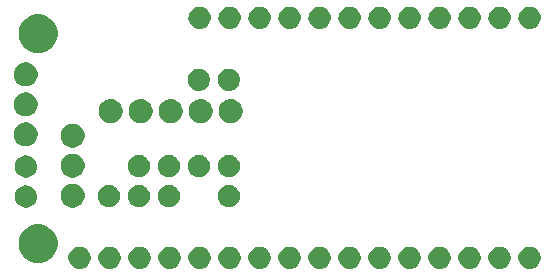
<source format=gbr>
G04 #@! TF.GenerationSoftware,KiCad,Pcbnew,(5.1.4-0-10_14)*
G04 #@! TF.CreationDate,2019-11-15T13:24:20+01:00*
G04 #@! TF.ProjectId,FeatherWing nRF24L01 Adapter,46656174-6865-4725-9769-6e67206e5246,rev?*
G04 #@! TF.SameCoordinates,Original*
G04 #@! TF.FileFunction,Soldermask,Bot*
G04 #@! TF.FilePolarity,Negative*
%FSLAX46Y46*%
G04 Gerber Fmt 4.6, Leading zero omitted, Abs format (unit mm)*
G04 Created by KiCad (PCBNEW (5.1.4-0-10_14)) date 2019-11-15 13:24:20*
%MOMM*%
%LPD*%
G04 APERTURE LIST*
%ADD10C,0.100000*%
G04 APERTURE END LIST*
D10*
G36*
X144068607Y-99334278D02*
G01*
X144129129Y-99346317D01*
X144300162Y-99417161D01*
X144454087Y-99520011D01*
X144584990Y-99650914D01*
X144687840Y-99804839D01*
X144758684Y-99975872D01*
X144794800Y-100157439D01*
X144794800Y-100342563D01*
X144758684Y-100524130D01*
X144687840Y-100695163D01*
X144584990Y-100849088D01*
X144454087Y-100979991D01*
X144300162Y-101082841D01*
X144129129Y-101153685D01*
X144068607Y-101165724D01*
X143947564Y-101189801D01*
X143762436Y-101189801D01*
X143641393Y-101165724D01*
X143580871Y-101153685D01*
X143409838Y-101082841D01*
X143255913Y-100979991D01*
X143125010Y-100849088D01*
X143022160Y-100695163D01*
X142951316Y-100524130D01*
X142915200Y-100342563D01*
X142915200Y-100157439D01*
X142951316Y-99975872D01*
X143022160Y-99804839D01*
X143125010Y-99650914D01*
X143255913Y-99520011D01*
X143409838Y-99417161D01*
X143580871Y-99346317D01*
X143641393Y-99334278D01*
X143762436Y-99310201D01*
X143947564Y-99310201D01*
X144068607Y-99334278D01*
X144068607Y-99334278D01*
G37*
G36*
X141528607Y-99334278D02*
G01*
X141589129Y-99346317D01*
X141760162Y-99417161D01*
X141914087Y-99520011D01*
X142044990Y-99650914D01*
X142147840Y-99804839D01*
X142218684Y-99975872D01*
X142254800Y-100157439D01*
X142254800Y-100342563D01*
X142218684Y-100524130D01*
X142147840Y-100695163D01*
X142044990Y-100849088D01*
X141914087Y-100979991D01*
X141760162Y-101082841D01*
X141589129Y-101153685D01*
X141528607Y-101165724D01*
X141407564Y-101189801D01*
X141222436Y-101189801D01*
X141101393Y-101165724D01*
X141040871Y-101153685D01*
X140869838Y-101082841D01*
X140715913Y-100979991D01*
X140585010Y-100849088D01*
X140482160Y-100695163D01*
X140411316Y-100524130D01*
X140375200Y-100342563D01*
X140375200Y-100157439D01*
X140411316Y-99975872D01*
X140482160Y-99804839D01*
X140585010Y-99650914D01*
X140715913Y-99520011D01*
X140869838Y-99417161D01*
X141040871Y-99346317D01*
X141101393Y-99334278D01*
X141222436Y-99310201D01*
X141407564Y-99310201D01*
X141528607Y-99334278D01*
X141528607Y-99334278D01*
G37*
G36*
X138988607Y-99334278D02*
G01*
X139049129Y-99346317D01*
X139220162Y-99417161D01*
X139374087Y-99520011D01*
X139504990Y-99650914D01*
X139607840Y-99804839D01*
X139678684Y-99975872D01*
X139714800Y-100157439D01*
X139714800Y-100342563D01*
X139678684Y-100524130D01*
X139607840Y-100695163D01*
X139504990Y-100849088D01*
X139374087Y-100979991D01*
X139220162Y-101082841D01*
X139049129Y-101153685D01*
X138988607Y-101165724D01*
X138867564Y-101189801D01*
X138682436Y-101189801D01*
X138561393Y-101165724D01*
X138500871Y-101153685D01*
X138329838Y-101082841D01*
X138175913Y-100979991D01*
X138045010Y-100849088D01*
X137942160Y-100695163D01*
X137871316Y-100524130D01*
X137835200Y-100342563D01*
X137835200Y-100157439D01*
X137871316Y-99975872D01*
X137942160Y-99804839D01*
X138045010Y-99650914D01*
X138175913Y-99520011D01*
X138329838Y-99417161D01*
X138500871Y-99346317D01*
X138561393Y-99334278D01*
X138682436Y-99310201D01*
X138867564Y-99310201D01*
X138988607Y-99334278D01*
X138988607Y-99334278D01*
G37*
G36*
X136448607Y-99334278D02*
G01*
X136509129Y-99346317D01*
X136680162Y-99417161D01*
X136834087Y-99520011D01*
X136964990Y-99650914D01*
X137067840Y-99804839D01*
X137138684Y-99975872D01*
X137174800Y-100157439D01*
X137174800Y-100342563D01*
X137138684Y-100524130D01*
X137067840Y-100695163D01*
X136964990Y-100849088D01*
X136834087Y-100979991D01*
X136680162Y-101082841D01*
X136509129Y-101153685D01*
X136448607Y-101165724D01*
X136327564Y-101189801D01*
X136142436Y-101189801D01*
X136021393Y-101165724D01*
X135960871Y-101153685D01*
X135789838Y-101082841D01*
X135635913Y-100979991D01*
X135505010Y-100849088D01*
X135402160Y-100695163D01*
X135331316Y-100524130D01*
X135295200Y-100342563D01*
X135295200Y-100157439D01*
X135331316Y-99975872D01*
X135402160Y-99804839D01*
X135505010Y-99650914D01*
X135635913Y-99520011D01*
X135789838Y-99417161D01*
X135960871Y-99346317D01*
X136021393Y-99334278D01*
X136142436Y-99310201D01*
X136327564Y-99310201D01*
X136448607Y-99334278D01*
X136448607Y-99334278D01*
G37*
G36*
X133908607Y-99334278D02*
G01*
X133969129Y-99346317D01*
X134140162Y-99417161D01*
X134294087Y-99520011D01*
X134424990Y-99650914D01*
X134527840Y-99804839D01*
X134598684Y-99975872D01*
X134634800Y-100157439D01*
X134634800Y-100342563D01*
X134598684Y-100524130D01*
X134527840Y-100695163D01*
X134424990Y-100849088D01*
X134294087Y-100979991D01*
X134140162Y-101082841D01*
X133969129Y-101153685D01*
X133908607Y-101165724D01*
X133787564Y-101189801D01*
X133602436Y-101189801D01*
X133481393Y-101165724D01*
X133420871Y-101153685D01*
X133249838Y-101082841D01*
X133095913Y-100979991D01*
X132965010Y-100849088D01*
X132862160Y-100695163D01*
X132791316Y-100524130D01*
X132755200Y-100342563D01*
X132755200Y-100157439D01*
X132791316Y-99975872D01*
X132862160Y-99804839D01*
X132965010Y-99650914D01*
X133095913Y-99520011D01*
X133249838Y-99417161D01*
X133420871Y-99346317D01*
X133481393Y-99334278D01*
X133602436Y-99310201D01*
X133787564Y-99310201D01*
X133908607Y-99334278D01*
X133908607Y-99334278D01*
G37*
G36*
X131368607Y-99334278D02*
G01*
X131429129Y-99346317D01*
X131600162Y-99417161D01*
X131754087Y-99520011D01*
X131884990Y-99650914D01*
X131987840Y-99804839D01*
X132058684Y-99975872D01*
X132094800Y-100157439D01*
X132094800Y-100342563D01*
X132058684Y-100524130D01*
X131987840Y-100695163D01*
X131884990Y-100849088D01*
X131754087Y-100979991D01*
X131600162Y-101082841D01*
X131429129Y-101153685D01*
X131368607Y-101165724D01*
X131247564Y-101189801D01*
X131062436Y-101189801D01*
X130941393Y-101165724D01*
X130880871Y-101153685D01*
X130709838Y-101082841D01*
X130555913Y-100979991D01*
X130425010Y-100849088D01*
X130322160Y-100695163D01*
X130251316Y-100524130D01*
X130215200Y-100342563D01*
X130215200Y-100157439D01*
X130251316Y-99975872D01*
X130322160Y-99804839D01*
X130425010Y-99650914D01*
X130555913Y-99520011D01*
X130709838Y-99417161D01*
X130880871Y-99346317D01*
X130941393Y-99334278D01*
X131062436Y-99310201D01*
X131247564Y-99310201D01*
X131368607Y-99334278D01*
X131368607Y-99334278D01*
G37*
G36*
X128828607Y-99334278D02*
G01*
X128889129Y-99346317D01*
X129060162Y-99417161D01*
X129214087Y-99520011D01*
X129344990Y-99650914D01*
X129447840Y-99804839D01*
X129518684Y-99975872D01*
X129554800Y-100157439D01*
X129554800Y-100342563D01*
X129518684Y-100524130D01*
X129447840Y-100695163D01*
X129344990Y-100849088D01*
X129214087Y-100979991D01*
X129060162Y-101082841D01*
X128889129Y-101153685D01*
X128828607Y-101165724D01*
X128707564Y-101189801D01*
X128522436Y-101189801D01*
X128401393Y-101165724D01*
X128340871Y-101153685D01*
X128169838Y-101082841D01*
X128015913Y-100979991D01*
X127885010Y-100849088D01*
X127782160Y-100695163D01*
X127711316Y-100524130D01*
X127675200Y-100342563D01*
X127675200Y-100157439D01*
X127711316Y-99975872D01*
X127782160Y-99804839D01*
X127885010Y-99650914D01*
X128015913Y-99520011D01*
X128169838Y-99417161D01*
X128340871Y-99346317D01*
X128401393Y-99334278D01*
X128522436Y-99310201D01*
X128707564Y-99310201D01*
X128828607Y-99334278D01*
X128828607Y-99334278D01*
G37*
G36*
X126288607Y-99334278D02*
G01*
X126349129Y-99346317D01*
X126520162Y-99417161D01*
X126674087Y-99520011D01*
X126804990Y-99650914D01*
X126907840Y-99804839D01*
X126978684Y-99975872D01*
X127014800Y-100157439D01*
X127014800Y-100342563D01*
X126978684Y-100524130D01*
X126907840Y-100695163D01*
X126804990Y-100849088D01*
X126674087Y-100979991D01*
X126520162Y-101082841D01*
X126349129Y-101153685D01*
X126288607Y-101165724D01*
X126167564Y-101189801D01*
X125982436Y-101189801D01*
X125861393Y-101165724D01*
X125800871Y-101153685D01*
X125629838Y-101082841D01*
X125475913Y-100979991D01*
X125345010Y-100849088D01*
X125242160Y-100695163D01*
X125171316Y-100524130D01*
X125135200Y-100342563D01*
X125135200Y-100157439D01*
X125171316Y-99975872D01*
X125242160Y-99804839D01*
X125345010Y-99650914D01*
X125475913Y-99520011D01*
X125629838Y-99417161D01*
X125800871Y-99346317D01*
X125861393Y-99334278D01*
X125982436Y-99310201D01*
X126167564Y-99310201D01*
X126288607Y-99334278D01*
X126288607Y-99334278D01*
G37*
G36*
X123748607Y-99334278D02*
G01*
X123809129Y-99346317D01*
X123980162Y-99417161D01*
X124134087Y-99520011D01*
X124264990Y-99650914D01*
X124367840Y-99804839D01*
X124438684Y-99975872D01*
X124474800Y-100157439D01*
X124474800Y-100342563D01*
X124438684Y-100524130D01*
X124367840Y-100695163D01*
X124264990Y-100849088D01*
X124134087Y-100979991D01*
X123980162Y-101082841D01*
X123809129Y-101153685D01*
X123748607Y-101165724D01*
X123627564Y-101189801D01*
X123442436Y-101189801D01*
X123321393Y-101165724D01*
X123260871Y-101153685D01*
X123089838Y-101082841D01*
X122935913Y-100979991D01*
X122805010Y-100849088D01*
X122702160Y-100695163D01*
X122631316Y-100524130D01*
X122595200Y-100342563D01*
X122595200Y-100157439D01*
X122631316Y-99975872D01*
X122702160Y-99804839D01*
X122805010Y-99650914D01*
X122935913Y-99520011D01*
X123089838Y-99417161D01*
X123260871Y-99346317D01*
X123321393Y-99334278D01*
X123442436Y-99310201D01*
X123627564Y-99310201D01*
X123748607Y-99334278D01*
X123748607Y-99334278D01*
G37*
G36*
X121208607Y-99334278D02*
G01*
X121269129Y-99346317D01*
X121440162Y-99417161D01*
X121594087Y-99520011D01*
X121724990Y-99650914D01*
X121827840Y-99804839D01*
X121898684Y-99975872D01*
X121934800Y-100157439D01*
X121934800Y-100342563D01*
X121898684Y-100524130D01*
X121827840Y-100695163D01*
X121724990Y-100849088D01*
X121594087Y-100979991D01*
X121440162Y-101082841D01*
X121269129Y-101153685D01*
X121208607Y-101165724D01*
X121087564Y-101189801D01*
X120902436Y-101189801D01*
X120781393Y-101165724D01*
X120720871Y-101153685D01*
X120549838Y-101082841D01*
X120395913Y-100979991D01*
X120265010Y-100849088D01*
X120162160Y-100695163D01*
X120091316Y-100524130D01*
X120055200Y-100342563D01*
X120055200Y-100157439D01*
X120091316Y-99975872D01*
X120162160Y-99804839D01*
X120265010Y-99650914D01*
X120395913Y-99520011D01*
X120549838Y-99417161D01*
X120720871Y-99346317D01*
X120781393Y-99334278D01*
X120902436Y-99310201D01*
X121087564Y-99310201D01*
X121208607Y-99334278D01*
X121208607Y-99334278D01*
G37*
G36*
X118668607Y-99334278D02*
G01*
X118729129Y-99346317D01*
X118900162Y-99417161D01*
X119054087Y-99520011D01*
X119184990Y-99650914D01*
X119287840Y-99804839D01*
X119358684Y-99975872D01*
X119394800Y-100157439D01*
X119394800Y-100342563D01*
X119358684Y-100524130D01*
X119287840Y-100695163D01*
X119184990Y-100849088D01*
X119054087Y-100979991D01*
X118900162Y-101082841D01*
X118729129Y-101153685D01*
X118668607Y-101165724D01*
X118547564Y-101189801D01*
X118362436Y-101189801D01*
X118241393Y-101165724D01*
X118180871Y-101153685D01*
X118009838Y-101082841D01*
X117855913Y-100979991D01*
X117725010Y-100849088D01*
X117622160Y-100695163D01*
X117551316Y-100524130D01*
X117515200Y-100342563D01*
X117515200Y-100157439D01*
X117551316Y-99975872D01*
X117622160Y-99804839D01*
X117725010Y-99650914D01*
X117855913Y-99520011D01*
X118009838Y-99417161D01*
X118180871Y-99346317D01*
X118241393Y-99334278D01*
X118362436Y-99310201D01*
X118547564Y-99310201D01*
X118668607Y-99334278D01*
X118668607Y-99334278D01*
G37*
G36*
X116128607Y-99334278D02*
G01*
X116189129Y-99346317D01*
X116360162Y-99417161D01*
X116514087Y-99520011D01*
X116644990Y-99650914D01*
X116747840Y-99804839D01*
X116818684Y-99975872D01*
X116854800Y-100157439D01*
X116854800Y-100342563D01*
X116818684Y-100524130D01*
X116747840Y-100695163D01*
X116644990Y-100849088D01*
X116514087Y-100979991D01*
X116360162Y-101082841D01*
X116189129Y-101153685D01*
X116128607Y-101165724D01*
X116007564Y-101189801D01*
X115822436Y-101189801D01*
X115701393Y-101165724D01*
X115640871Y-101153685D01*
X115469838Y-101082841D01*
X115315913Y-100979991D01*
X115185010Y-100849088D01*
X115082160Y-100695163D01*
X115011316Y-100524130D01*
X114975200Y-100342563D01*
X114975200Y-100157439D01*
X115011316Y-99975872D01*
X115082160Y-99804839D01*
X115185010Y-99650914D01*
X115315913Y-99520011D01*
X115469838Y-99417161D01*
X115640871Y-99346317D01*
X115701393Y-99334278D01*
X115822436Y-99310201D01*
X116007564Y-99310201D01*
X116128607Y-99334278D01*
X116128607Y-99334278D01*
G37*
G36*
X113588607Y-99334278D02*
G01*
X113649129Y-99346317D01*
X113820162Y-99417161D01*
X113974087Y-99520011D01*
X114104990Y-99650914D01*
X114207840Y-99804839D01*
X114278684Y-99975872D01*
X114314800Y-100157439D01*
X114314800Y-100342563D01*
X114278684Y-100524130D01*
X114207840Y-100695163D01*
X114104990Y-100849088D01*
X113974087Y-100979991D01*
X113820162Y-101082841D01*
X113649129Y-101153685D01*
X113588607Y-101165724D01*
X113467564Y-101189801D01*
X113282436Y-101189801D01*
X113161393Y-101165724D01*
X113100871Y-101153685D01*
X112929838Y-101082841D01*
X112775913Y-100979991D01*
X112645010Y-100849088D01*
X112542160Y-100695163D01*
X112471316Y-100524130D01*
X112435200Y-100342563D01*
X112435200Y-100157439D01*
X112471316Y-99975872D01*
X112542160Y-99804839D01*
X112645010Y-99650914D01*
X112775913Y-99520011D01*
X112929838Y-99417161D01*
X113100871Y-99346317D01*
X113161393Y-99334278D01*
X113282436Y-99310201D01*
X113467564Y-99310201D01*
X113588607Y-99334278D01*
X113588607Y-99334278D01*
G37*
G36*
X111048607Y-99334278D02*
G01*
X111109129Y-99346317D01*
X111280162Y-99417161D01*
X111434087Y-99520011D01*
X111564990Y-99650914D01*
X111667840Y-99804839D01*
X111738684Y-99975872D01*
X111774800Y-100157439D01*
X111774800Y-100342563D01*
X111738684Y-100524130D01*
X111667840Y-100695163D01*
X111564990Y-100849088D01*
X111434087Y-100979991D01*
X111280162Y-101082841D01*
X111109129Y-101153685D01*
X111048607Y-101165724D01*
X110927564Y-101189801D01*
X110742436Y-101189801D01*
X110621393Y-101165724D01*
X110560871Y-101153685D01*
X110389838Y-101082841D01*
X110235913Y-100979991D01*
X110105010Y-100849088D01*
X110002160Y-100695163D01*
X109931316Y-100524130D01*
X109895200Y-100342563D01*
X109895200Y-100157439D01*
X109931316Y-99975872D01*
X110002160Y-99804839D01*
X110105010Y-99650914D01*
X110235913Y-99520011D01*
X110389838Y-99417161D01*
X110560871Y-99346317D01*
X110621393Y-99334278D01*
X110742436Y-99310201D01*
X110927564Y-99310201D01*
X111048607Y-99334278D01*
X111048607Y-99334278D01*
G37*
G36*
X108508607Y-99334278D02*
G01*
X108569129Y-99346317D01*
X108740162Y-99417161D01*
X108894087Y-99520011D01*
X109024990Y-99650914D01*
X109127840Y-99804839D01*
X109198684Y-99975872D01*
X109234800Y-100157439D01*
X109234800Y-100342563D01*
X109198684Y-100524130D01*
X109127840Y-100695163D01*
X109024990Y-100849088D01*
X108894087Y-100979991D01*
X108740162Y-101082841D01*
X108569129Y-101153685D01*
X108508607Y-101165724D01*
X108387564Y-101189801D01*
X108202436Y-101189801D01*
X108081393Y-101165724D01*
X108020871Y-101153685D01*
X107849838Y-101082841D01*
X107695913Y-100979991D01*
X107565010Y-100849088D01*
X107462160Y-100695163D01*
X107391316Y-100524130D01*
X107355200Y-100342563D01*
X107355200Y-100157439D01*
X107391316Y-99975872D01*
X107462160Y-99804839D01*
X107565010Y-99650914D01*
X107695913Y-99520011D01*
X107849838Y-99417161D01*
X108020871Y-99346317D01*
X108081393Y-99334278D01*
X108202436Y-99310201D01*
X108387564Y-99310201D01*
X108508607Y-99334278D01*
X108508607Y-99334278D01*
G37*
G36*
X105968607Y-99334278D02*
G01*
X106029129Y-99346317D01*
X106200162Y-99417161D01*
X106354087Y-99520011D01*
X106484990Y-99650914D01*
X106587840Y-99804839D01*
X106658684Y-99975872D01*
X106694800Y-100157439D01*
X106694800Y-100342563D01*
X106658684Y-100524130D01*
X106587840Y-100695163D01*
X106484990Y-100849088D01*
X106354087Y-100979991D01*
X106200162Y-101082841D01*
X106029129Y-101153685D01*
X105968607Y-101165724D01*
X105847564Y-101189801D01*
X105662436Y-101189801D01*
X105541393Y-101165724D01*
X105480871Y-101153685D01*
X105309838Y-101082841D01*
X105155913Y-100979991D01*
X105025010Y-100849088D01*
X104922160Y-100695163D01*
X104851316Y-100524130D01*
X104815200Y-100342563D01*
X104815200Y-100157439D01*
X104851316Y-99975872D01*
X104922160Y-99804839D01*
X105025010Y-99650914D01*
X105155913Y-99520011D01*
X105309838Y-99417161D01*
X105480871Y-99346317D01*
X105541393Y-99334278D01*
X105662436Y-99310201D01*
X105847564Y-99310201D01*
X105968607Y-99334278D01*
X105968607Y-99334278D01*
G37*
G36*
X102503900Y-97430346D02*
G01*
X102716521Y-97472639D01*
X103016947Y-97597080D01*
X103287324Y-97777740D01*
X103517260Y-98007676D01*
X103697920Y-98278053D01*
X103822361Y-98578479D01*
X103885800Y-98897410D01*
X103885800Y-99222590D01*
X103822361Y-99541521D01*
X103697920Y-99841947D01*
X103517260Y-100112324D01*
X103287324Y-100342260D01*
X103016947Y-100522920D01*
X102716521Y-100647361D01*
X102503900Y-100689654D01*
X102397591Y-100710800D01*
X102072409Y-100710800D01*
X101966100Y-100689654D01*
X101753479Y-100647361D01*
X101453053Y-100522920D01*
X101182676Y-100342260D01*
X100952740Y-100112324D01*
X100772080Y-99841947D01*
X100647639Y-99541521D01*
X100584200Y-99222590D01*
X100584200Y-98897410D01*
X100647639Y-98578479D01*
X100772080Y-98278053D01*
X100952740Y-98007676D01*
X101182676Y-97777740D01*
X101453053Y-97597080D01*
X101753479Y-97472639D01*
X101966100Y-97430346D01*
X102072409Y-97409200D01*
X102397591Y-97409200D01*
X102503900Y-97430346D01*
X102503900Y-97430346D01*
G37*
G36*
X105386926Y-94006029D02*
G01*
X105452356Y-94019044D01*
X105624142Y-94090200D01*
X105637256Y-94095632D01*
X105803662Y-94206821D01*
X105945179Y-94348338D01*
X106056368Y-94514744D01*
X106132956Y-94699645D01*
X106172000Y-94895931D01*
X106172000Y-95096069D01*
X106158773Y-95162564D01*
X106132956Y-95292356D01*
X106056368Y-95477256D01*
X105945179Y-95643662D01*
X105803662Y-95785179D01*
X105637256Y-95896368D01*
X105452356Y-95972956D01*
X105386926Y-95985971D01*
X105256069Y-96012000D01*
X105055931Y-96012000D01*
X104925074Y-95985971D01*
X104859644Y-95972956D01*
X104674744Y-95896368D01*
X104508338Y-95785179D01*
X104366821Y-95643662D01*
X104255632Y-95477256D01*
X104179044Y-95292356D01*
X104153227Y-95162564D01*
X104140000Y-95096069D01*
X104140000Y-94895931D01*
X104179044Y-94699645D01*
X104255632Y-94514744D01*
X104366821Y-94348338D01*
X104508338Y-94206821D01*
X104674744Y-94095632D01*
X104687858Y-94090200D01*
X104859644Y-94019044D01*
X104925074Y-94006029D01*
X105055931Y-93980000D01*
X105256069Y-93980000D01*
X105386926Y-94006029D01*
X105386926Y-94006029D01*
G37*
G36*
X101413607Y-94154277D02*
G01*
X101474129Y-94166316D01*
X101645162Y-94237160D01*
X101799087Y-94340010D01*
X101929990Y-94470913D01*
X102032840Y-94624838D01*
X102087116Y-94755871D01*
X102103684Y-94795872D01*
X102131844Y-94937438D01*
X102139800Y-94977438D01*
X102139800Y-95162562D01*
X102111641Y-95304129D01*
X102103684Y-95344128D01*
X102049409Y-95475162D01*
X102032840Y-95515162D01*
X101929990Y-95669087D01*
X101799087Y-95799990D01*
X101645162Y-95902840D01*
X101474129Y-95973684D01*
X101413607Y-95985723D01*
X101292564Y-96009800D01*
X101107436Y-96009800D01*
X100986393Y-95985723D01*
X100925871Y-95973684D01*
X100754838Y-95902840D01*
X100600913Y-95799990D01*
X100470010Y-95669087D01*
X100367160Y-95515162D01*
X100350592Y-95475162D01*
X100296316Y-95344128D01*
X100288360Y-95304129D01*
X100260200Y-95162562D01*
X100260200Y-94977438D01*
X100268157Y-94937438D01*
X100296316Y-94795872D01*
X100312885Y-94755871D01*
X100367160Y-94624838D01*
X100470010Y-94470913D01*
X100600913Y-94340010D01*
X100754838Y-94237160D01*
X100925871Y-94166316D01*
X100986393Y-94154277D01*
X101107436Y-94130200D01*
X101292564Y-94130200D01*
X101413607Y-94154277D01*
X101413607Y-94154277D01*
G37*
G36*
X118603607Y-94114277D02*
G01*
X118664129Y-94126316D01*
X118835162Y-94197160D01*
X118895024Y-94237159D01*
X118989087Y-94300010D01*
X119119990Y-94430913D01*
X119222841Y-94584840D01*
X119239409Y-94624840D01*
X119293684Y-94755871D01*
X119301641Y-94795872D01*
X119329800Y-94937436D01*
X119329800Y-95122564D01*
X119321843Y-95162564D01*
X119293684Y-95304129D01*
X119222840Y-95475162D01*
X119119990Y-95629087D01*
X118989087Y-95759990D01*
X118835162Y-95862840D01*
X118664129Y-95933684D01*
X118603607Y-95945723D01*
X118482564Y-95969800D01*
X118297436Y-95969800D01*
X118176393Y-95945723D01*
X118115871Y-95933684D01*
X117944838Y-95862840D01*
X117790913Y-95759990D01*
X117660010Y-95629087D01*
X117557160Y-95475162D01*
X117486316Y-95304129D01*
X117458157Y-95162564D01*
X117450200Y-95122564D01*
X117450200Y-94937436D01*
X117478359Y-94795872D01*
X117486316Y-94755871D01*
X117540591Y-94624840D01*
X117557159Y-94584840D01*
X117660010Y-94430913D01*
X117790913Y-94300010D01*
X117884976Y-94237159D01*
X117944838Y-94197160D01*
X118115871Y-94126316D01*
X118176393Y-94114277D01*
X118297436Y-94090200D01*
X118482564Y-94090200D01*
X118603607Y-94114277D01*
X118603607Y-94114277D01*
G37*
G36*
X113523607Y-94114277D02*
G01*
X113584129Y-94126316D01*
X113755162Y-94197160D01*
X113815024Y-94237159D01*
X113909087Y-94300010D01*
X114039990Y-94430913D01*
X114142841Y-94584840D01*
X114159409Y-94624840D01*
X114213684Y-94755871D01*
X114221641Y-94795872D01*
X114249800Y-94937436D01*
X114249800Y-95122564D01*
X114241843Y-95162564D01*
X114213684Y-95304129D01*
X114142840Y-95475162D01*
X114039990Y-95629087D01*
X113909087Y-95759990D01*
X113755162Y-95862840D01*
X113584129Y-95933684D01*
X113523607Y-95945723D01*
X113402564Y-95969800D01*
X113217436Y-95969800D01*
X113096393Y-95945723D01*
X113035871Y-95933684D01*
X112864838Y-95862840D01*
X112710913Y-95759990D01*
X112580010Y-95629087D01*
X112477160Y-95475162D01*
X112406316Y-95304129D01*
X112378157Y-95162564D01*
X112370200Y-95122564D01*
X112370200Y-94937436D01*
X112398359Y-94795872D01*
X112406316Y-94755871D01*
X112460591Y-94624840D01*
X112477159Y-94584840D01*
X112580010Y-94430913D01*
X112710913Y-94300010D01*
X112804976Y-94237159D01*
X112864838Y-94197160D01*
X113035871Y-94126316D01*
X113096393Y-94114277D01*
X113217436Y-94090200D01*
X113402564Y-94090200D01*
X113523607Y-94114277D01*
X113523607Y-94114277D01*
G37*
G36*
X110983607Y-94114277D02*
G01*
X111044129Y-94126316D01*
X111215162Y-94197160D01*
X111275024Y-94237159D01*
X111369087Y-94300010D01*
X111499990Y-94430913D01*
X111602841Y-94584840D01*
X111619409Y-94624840D01*
X111673684Y-94755871D01*
X111681641Y-94795872D01*
X111709800Y-94937436D01*
X111709800Y-95122564D01*
X111701843Y-95162564D01*
X111673684Y-95304129D01*
X111602840Y-95475162D01*
X111499990Y-95629087D01*
X111369087Y-95759990D01*
X111215162Y-95862840D01*
X111044129Y-95933684D01*
X110983607Y-95945723D01*
X110862564Y-95969800D01*
X110677436Y-95969800D01*
X110556393Y-95945723D01*
X110495871Y-95933684D01*
X110324838Y-95862840D01*
X110170913Y-95759990D01*
X110040010Y-95629087D01*
X109937160Y-95475162D01*
X109866316Y-95304129D01*
X109838157Y-95162564D01*
X109830200Y-95122564D01*
X109830200Y-94937436D01*
X109858359Y-94795872D01*
X109866316Y-94755871D01*
X109920591Y-94624840D01*
X109937159Y-94584840D01*
X110040010Y-94430913D01*
X110170913Y-94300010D01*
X110264976Y-94237159D01*
X110324838Y-94197160D01*
X110495871Y-94126316D01*
X110556393Y-94114277D01*
X110677436Y-94090200D01*
X110862564Y-94090200D01*
X110983607Y-94114277D01*
X110983607Y-94114277D01*
G37*
G36*
X108443607Y-94114277D02*
G01*
X108504129Y-94126316D01*
X108675162Y-94197160D01*
X108735024Y-94237159D01*
X108829087Y-94300010D01*
X108959990Y-94430913D01*
X109062841Y-94584840D01*
X109079409Y-94624840D01*
X109133684Y-94755871D01*
X109141641Y-94795872D01*
X109169800Y-94937436D01*
X109169800Y-95122564D01*
X109161843Y-95162564D01*
X109133684Y-95304129D01*
X109062840Y-95475162D01*
X108959990Y-95629087D01*
X108829087Y-95759990D01*
X108675162Y-95862840D01*
X108504129Y-95933684D01*
X108443607Y-95945723D01*
X108322564Y-95969800D01*
X108137436Y-95969800D01*
X108016393Y-95945723D01*
X107955871Y-95933684D01*
X107784838Y-95862840D01*
X107630913Y-95759990D01*
X107500010Y-95629087D01*
X107397160Y-95475162D01*
X107326316Y-95304129D01*
X107298157Y-95162564D01*
X107290200Y-95122564D01*
X107290200Y-94937436D01*
X107318359Y-94795872D01*
X107326316Y-94755871D01*
X107380591Y-94624840D01*
X107397159Y-94584840D01*
X107500010Y-94430913D01*
X107630913Y-94300010D01*
X107724976Y-94237159D01*
X107784838Y-94197160D01*
X107955871Y-94126316D01*
X108016393Y-94114277D01*
X108137436Y-94090200D01*
X108322564Y-94090200D01*
X108443607Y-94114277D01*
X108443607Y-94114277D01*
G37*
G36*
X105386926Y-91466029D02*
G01*
X105452356Y-91479044D01*
X105624142Y-91550200D01*
X105637256Y-91555632D01*
X105803662Y-91666821D01*
X105945179Y-91808338D01*
X106056368Y-91974744D01*
X106132956Y-92159645D01*
X106172000Y-92355931D01*
X106172000Y-92556069D01*
X106158773Y-92622564D01*
X106132956Y-92752356D01*
X106056368Y-92937256D01*
X105945179Y-93103662D01*
X105803662Y-93245179D01*
X105637256Y-93356368D01*
X105452356Y-93432956D01*
X105386926Y-93445971D01*
X105256069Y-93472000D01*
X105055931Y-93472000D01*
X104925074Y-93445971D01*
X104859644Y-93432956D01*
X104674744Y-93356368D01*
X104508338Y-93245179D01*
X104366821Y-93103662D01*
X104255632Y-92937256D01*
X104179044Y-92752356D01*
X104153227Y-92622564D01*
X104140000Y-92556069D01*
X104140000Y-92355931D01*
X104179044Y-92159645D01*
X104255632Y-91974744D01*
X104366821Y-91808338D01*
X104508338Y-91666821D01*
X104674744Y-91555632D01*
X104687858Y-91550200D01*
X104859644Y-91479044D01*
X104925074Y-91466029D01*
X105055931Y-91440000D01*
X105256069Y-91440000D01*
X105386926Y-91466029D01*
X105386926Y-91466029D01*
G37*
G36*
X101413607Y-91614277D02*
G01*
X101474129Y-91626316D01*
X101645162Y-91697160D01*
X101799087Y-91800010D01*
X101929990Y-91930913D01*
X102032840Y-92084838D01*
X102087116Y-92215871D01*
X102103684Y-92255872D01*
X102131844Y-92397438D01*
X102139800Y-92437438D01*
X102139800Y-92622562D01*
X102111641Y-92764129D01*
X102103684Y-92804128D01*
X102049409Y-92935162D01*
X102032840Y-92975162D01*
X101929990Y-93129087D01*
X101799087Y-93259990D01*
X101645162Y-93362840D01*
X101474129Y-93433684D01*
X101413607Y-93445723D01*
X101292564Y-93469800D01*
X101107436Y-93469800D01*
X100986393Y-93445723D01*
X100925871Y-93433684D01*
X100754838Y-93362840D01*
X100600913Y-93259990D01*
X100470010Y-93129087D01*
X100367160Y-92975162D01*
X100350592Y-92935162D01*
X100296316Y-92804128D01*
X100288360Y-92764129D01*
X100260200Y-92622562D01*
X100260200Y-92437438D01*
X100268157Y-92397438D01*
X100296316Y-92255872D01*
X100312885Y-92215871D01*
X100367160Y-92084838D01*
X100470010Y-91930913D01*
X100600913Y-91800010D01*
X100754838Y-91697160D01*
X100925871Y-91626316D01*
X100986393Y-91614277D01*
X101107436Y-91590200D01*
X101292564Y-91590200D01*
X101413607Y-91614277D01*
X101413607Y-91614277D01*
G37*
G36*
X118603607Y-91574277D02*
G01*
X118664129Y-91586316D01*
X118835162Y-91657160D01*
X118895024Y-91697159D01*
X118989087Y-91760010D01*
X119119990Y-91890913D01*
X119222841Y-92044840D01*
X119239409Y-92084840D01*
X119293684Y-92215871D01*
X119301641Y-92255872D01*
X119329800Y-92397436D01*
X119329800Y-92582564D01*
X119321843Y-92622564D01*
X119293684Y-92764129D01*
X119222840Y-92935162D01*
X119119990Y-93089087D01*
X118989087Y-93219990D01*
X118835162Y-93322840D01*
X118664129Y-93393684D01*
X118603607Y-93405723D01*
X118482564Y-93429800D01*
X118297436Y-93429800D01*
X118176393Y-93405723D01*
X118115871Y-93393684D01*
X117944838Y-93322840D01*
X117790913Y-93219990D01*
X117660010Y-93089087D01*
X117557160Y-92935162D01*
X117486316Y-92764129D01*
X117458157Y-92622564D01*
X117450200Y-92582564D01*
X117450200Y-92397436D01*
X117478359Y-92255872D01*
X117486316Y-92215871D01*
X117540591Y-92084840D01*
X117557159Y-92044840D01*
X117660010Y-91890913D01*
X117790913Y-91760010D01*
X117884976Y-91697159D01*
X117944838Y-91657160D01*
X118115871Y-91586316D01*
X118176393Y-91574277D01*
X118297436Y-91550200D01*
X118482564Y-91550200D01*
X118603607Y-91574277D01*
X118603607Y-91574277D01*
G37*
G36*
X116063607Y-91574277D02*
G01*
X116124129Y-91586316D01*
X116295162Y-91657160D01*
X116355024Y-91697159D01*
X116449087Y-91760010D01*
X116579990Y-91890913D01*
X116682841Y-92044840D01*
X116699409Y-92084840D01*
X116753684Y-92215871D01*
X116761641Y-92255872D01*
X116789800Y-92397436D01*
X116789800Y-92582564D01*
X116781843Y-92622564D01*
X116753684Y-92764129D01*
X116682840Y-92935162D01*
X116579990Y-93089087D01*
X116449087Y-93219990D01*
X116295162Y-93322840D01*
X116124129Y-93393684D01*
X116063607Y-93405723D01*
X115942564Y-93429800D01*
X115757436Y-93429800D01*
X115636393Y-93405723D01*
X115575871Y-93393684D01*
X115404838Y-93322840D01*
X115250913Y-93219990D01*
X115120010Y-93089087D01*
X115017160Y-92935162D01*
X114946316Y-92764129D01*
X114918157Y-92622564D01*
X114910200Y-92582564D01*
X114910200Y-92397436D01*
X114938359Y-92255872D01*
X114946316Y-92215871D01*
X115000591Y-92084840D01*
X115017159Y-92044840D01*
X115120010Y-91890913D01*
X115250913Y-91760010D01*
X115344976Y-91697159D01*
X115404838Y-91657160D01*
X115575871Y-91586316D01*
X115636393Y-91574277D01*
X115757436Y-91550200D01*
X115942564Y-91550200D01*
X116063607Y-91574277D01*
X116063607Y-91574277D01*
G37*
G36*
X113523607Y-91574277D02*
G01*
X113584129Y-91586316D01*
X113755162Y-91657160D01*
X113815024Y-91697159D01*
X113909087Y-91760010D01*
X114039990Y-91890913D01*
X114142841Y-92044840D01*
X114159409Y-92084840D01*
X114213684Y-92215871D01*
X114221641Y-92255872D01*
X114249800Y-92397436D01*
X114249800Y-92582564D01*
X114241843Y-92622564D01*
X114213684Y-92764129D01*
X114142840Y-92935162D01*
X114039990Y-93089087D01*
X113909087Y-93219990D01*
X113755162Y-93322840D01*
X113584129Y-93393684D01*
X113523607Y-93405723D01*
X113402564Y-93429800D01*
X113217436Y-93429800D01*
X113096393Y-93405723D01*
X113035871Y-93393684D01*
X112864838Y-93322840D01*
X112710913Y-93219990D01*
X112580010Y-93089087D01*
X112477160Y-92935162D01*
X112406316Y-92764129D01*
X112378157Y-92622564D01*
X112370200Y-92582564D01*
X112370200Y-92397436D01*
X112398359Y-92255872D01*
X112406316Y-92215871D01*
X112460591Y-92084840D01*
X112477159Y-92044840D01*
X112580010Y-91890913D01*
X112710913Y-91760010D01*
X112804976Y-91697159D01*
X112864838Y-91657160D01*
X113035871Y-91586316D01*
X113096393Y-91574277D01*
X113217436Y-91550200D01*
X113402564Y-91550200D01*
X113523607Y-91574277D01*
X113523607Y-91574277D01*
G37*
G36*
X110983607Y-91574277D02*
G01*
X111044129Y-91586316D01*
X111215162Y-91657160D01*
X111275024Y-91697159D01*
X111369087Y-91760010D01*
X111499990Y-91890913D01*
X111602841Y-92044840D01*
X111619409Y-92084840D01*
X111673684Y-92215871D01*
X111681641Y-92255872D01*
X111709800Y-92397436D01*
X111709800Y-92582564D01*
X111701843Y-92622564D01*
X111673684Y-92764129D01*
X111602840Y-92935162D01*
X111499990Y-93089087D01*
X111369087Y-93219990D01*
X111215162Y-93322840D01*
X111044129Y-93393684D01*
X110983607Y-93405723D01*
X110862564Y-93429800D01*
X110677436Y-93429800D01*
X110556393Y-93405723D01*
X110495871Y-93393684D01*
X110324838Y-93322840D01*
X110170913Y-93219990D01*
X110040010Y-93089087D01*
X109937160Y-92935162D01*
X109866316Y-92764129D01*
X109838157Y-92622564D01*
X109830200Y-92582564D01*
X109830200Y-92397436D01*
X109858359Y-92255872D01*
X109866316Y-92215871D01*
X109920591Y-92084840D01*
X109937159Y-92044840D01*
X110040010Y-91890913D01*
X110170913Y-91760010D01*
X110264976Y-91697159D01*
X110324838Y-91657160D01*
X110495871Y-91586316D01*
X110556393Y-91574277D01*
X110677436Y-91550200D01*
X110862564Y-91550200D01*
X110983607Y-91574277D01*
X110983607Y-91574277D01*
G37*
G36*
X105386926Y-88926029D02*
G01*
X105452356Y-88939044D01*
X105637256Y-89015632D01*
X105803662Y-89126821D01*
X105945179Y-89268338D01*
X106056368Y-89434744D01*
X106132956Y-89619644D01*
X106172000Y-89815933D01*
X106172000Y-90016067D01*
X106132956Y-90212356D01*
X106056368Y-90397256D01*
X105945179Y-90563662D01*
X105803662Y-90705179D01*
X105637256Y-90816368D01*
X105452356Y-90892956D01*
X105386926Y-90905971D01*
X105256069Y-90932000D01*
X105055931Y-90932000D01*
X104925074Y-90905971D01*
X104859644Y-90892956D01*
X104674744Y-90816368D01*
X104508338Y-90705179D01*
X104366821Y-90563662D01*
X104255632Y-90397256D01*
X104179044Y-90212356D01*
X104140000Y-90016067D01*
X104140000Y-89815933D01*
X104179044Y-89619644D01*
X104255632Y-89434744D01*
X104366821Y-89268338D01*
X104508338Y-89126821D01*
X104674744Y-89015632D01*
X104859644Y-88939044D01*
X104925074Y-88926029D01*
X105055931Y-88900000D01*
X105256069Y-88900000D01*
X105386926Y-88926029D01*
X105386926Y-88926029D01*
G37*
G36*
X101430926Y-88810029D02*
G01*
X101496356Y-88823044D01*
X101681256Y-88899632D01*
X101847662Y-89010821D01*
X101989179Y-89152338D01*
X102100368Y-89318744D01*
X102176956Y-89503644D01*
X102216000Y-89699933D01*
X102216000Y-89900067D01*
X102176956Y-90096356D01*
X102100368Y-90281256D01*
X101989179Y-90447662D01*
X101847662Y-90589179D01*
X101681256Y-90700368D01*
X101496356Y-90776956D01*
X101430926Y-90789971D01*
X101300069Y-90816000D01*
X101099931Y-90816000D01*
X100969074Y-90789971D01*
X100903644Y-90776956D01*
X100718744Y-90700368D01*
X100552338Y-90589179D01*
X100410821Y-90447662D01*
X100299632Y-90281256D01*
X100223044Y-90096356D01*
X100184000Y-89900067D01*
X100184000Y-89699933D01*
X100223044Y-89503644D01*
X100299632Y-89318744D01*
X100410821Y-89152338D01*
X100552338Y-89010821D01*
X100718744Y-88899632D01*
X100903644Y-88823044D01*
X100969074Y-88810029D01*
X101099931Y-88784000D01*
X101300069Y-88784000D01*
X101430926Y-88810029D01*
X101430926Y-88810029D01*
G37*
G36*
X118785426Y-86843229D02*
G01*
X118850856Y-86856244D01*
X119035756Y-86932832D01*
X119202162Y-87044021D01*
X119343679Y-87185538D01*
X119454868Y-87351944D01*
X119531456Y-87536844D01*
X119570500Y-87733133D01*
X119570500Y-87933267D01*
X119531456Y-88129556D01*
X119454868Y-88314456D01*
X119343679Y-88480862D01*
X119202162Y-88622379D01*
X119035756Y-88733568D01*
X118850856Y-88810156D01*
X118786063Y-88823044D01*
X118654569Y-88849200D01*
X118454431Y-88849200D01*
X118322937Y-88823044D01*
X118258144Y-88810156D01*
X118073244Y-88733568D01*
X117906838Y-88622379D01*
X117765321Y-88480862D01*
X117654132Y-88314456D01*
X117577544Y-88129556D01*
X117538500Y-87933267D01*
X117538500Y-87733133D01*
X117577544Y-87536844D01*
X117654132Y-87351944D01*
X117765321Y-87185538D01*
X117906838Y-87044021D01*
X118073244Y-86932832D01*
X118258144Y-86856244D01*
X118323574Y-86843229D01*
X118454431Y-86817200D01*
X118654569Y-86817200D01*
X118785426Y-86843229D01*
X118785426Y-86843229D01*
G37*
G36*
X113705426Y-86843229D02*
G01*
X113770856Y-86856244D01*
X113955756Y-86932832D01*
X114122162Y-87044021D01*
X114263679Y-87185538D01*
X114374868Y-87351944D01*
X114451456Y-87536844D01*
X114490500Y-87733133D01*
X114490500Y-87933267D01*
X114451456Y-88129556D01*
X114374868Y-88314456D01*
X114263679Y-88480862D01*
X114122162Y-88622379D01*
X113955756Y-88733568D01*
X113770856Y-88810156D01*
X113706063Y-88823044D01*
X113574569Y-88849200D01*
X113374431Y-88849200D01*
X113242937Y-88823044D01*
X113178144Y-88810156D01*
X112993244Y-88733568D01*
X112826838Y-88622379D01*
X112685321Y-88480862D01*
X112574132Y-88314456D01*
X112497544Y-88129556D01*
X112458500Y-87933267D01*
X112458500Y-87733133D01*
X112497544Y-87536844D01*
X112574132Y-87351944D01*
X112685321Y-87185538D01*
X112826838Y-87044021D01*
X112993244Y-86932832D01*
X113178144Y-86856244D01*
X113243574Y-86843229D01*
X113374431Y-86817200D01*
X113574569Y-86817200D01*
X113705426Y-86843229D01*
X113705426Y-86843229D01*
G37*
G36*
X111165426Y-86843229D02*
G01*
X111230856Y-86856244D01*
X111415756Y-86932832D01*
X111582162Y-87044021D01*
X111723679Y-87185538D01*
X111834868Y-87351944D01*
X111911456Y-87536844D01*
X111950500Y-87733133D01*
X111950500Y-87933267D01*
X111911456Y-88129556D01*
X111834868Y-88314456D01*
X111723679Y-88480862D01*
X111582162Y-88622379D01*
X111415756Y-88733568D01*
X111230856Y-88810156D01*
X111166063Y-88823044D01*
X111034569Y-88849200D01*
X110834431Y-88849200D01*
X110702937Y-88823044D01*
X110638144Y-88810156D01*
X110453244Y-88733568D01*
X110286838Y-88622379D01*
X110145321Y-88480862D01*
X110034132Y-88314456D01*
X109957544Y-88129556D01*
X109918500Y-87933267D01*
X109918500Y-87733133D01*
X109957544Y-87536844D01*
X110034132Y-87351944D01*
X110145321Y-87185538D01*
X110286838Y-87044021D01*
X110453244Y-86932832D01*
X110638144Y-86856244D01*
X110703574Y-86843229D01*
X110834431Y-86817200D01*
X111034569Y-86817200D01*
X111165426Y-86843229D01*
X111165426Y-86843229D01*
G37*
G36*
X108625426Y-86843229D02*
G01*
X108690856Y-86856244D01*
X108875756Y-86932832D01*
X109042162Y-87044021D01*
X109183679Y-87185538D01*
X109294868Y-87351944D01*
X109371456Y-87536844D01*
X109410500Y-87733133D01*
X109410500Y-87933267D01*
X109371456Y-88129556D01*
X109294868Y-88314456D01*
X109183679Y-88480862D01*
X109042162Y-88622379D01*
X108875756Y-88733568D01*
X108690856Y-88810156D01*
X108626063Y-88823044D01*
X108494569Y-88849200D01*
X108294431Y-88849200D01*
X108162937Y-88823044D01*
X108098144Y-88810156D01*
X107913244Y-88733568D01*
X107746838Y-88622379D01*
X107605321Y-88480862D01*
X107494132Y-88314456D01*
X107417544Y-88129556D01*
X107378500Y-87933267D01*
X107378500Y-87733133D01*
X107417544Y-87536844D01*
X107494132Y-87351944D01*
X107605321Y-87185538D01*
X107746838Y-87044021D01*
X107913244Y-86932832D01*
X108098144Y-86856244D01*
X108163574Y-86843229D01*
X108294431Y-86817200D01*
X108494569Y-86817200D01*
X108625426Y-86843229D01*
X108625426Y-86843229D01*
G37*
G36*
X116245426Y-86843229D02*
G01*
X116310856Y-86856244D01*
X116495756Y-86932832D01*
X116662162Y-87044021D01*
X116803679Y-87185538D01*
X116914868Y-87351944D01*
X116991456Y-87536844D01*
X117030500Y-87733133D01*
X117030500Y-87933267D01*
X116991456Y-88129556D01*
X116914868Y-88314456D01*
X116803679Y-88480862D01*
X116662162Y-88622379D01*
X116495756Y-88733568D01*
X116310856Y-88810156D01*
X116246063Y-88823044D01*
X116114569Y-88849200D01*
X115914431Y-88849200D01*
X115782937Y-88823044D01*
X115718144Y-88810156D01*
X115533244Y-88733568D01*
X115366838Y-88622379D01*
X115225321Y-88480862D01*
X115114132Y-88314456D01*
X115037544Y-88129556D01*
X114998500Y-87933267D01*
X114998500Y-87733133D01*
X115037544Y-87536844D01*
X115114132Y-87351944D01*
X115225321Y-87185538D01*
X115366838Y-87044021D01*
X115533244Y-86932832D01*
X115718144Y-86856244D01*
X115783574Y-86843229D01*
X115914431Y-86817200D01*
X116114569Y-86817200D01*
X116245426Y-86843229D01*
X116245426Y-86843229D01*
G37*
G36*
X101430926Y-86270029D02*
G01*
X101496356Y-86283044D01*
X101681256Y-86359632D01*
X101847662Y-86470821D01*
X101989179Y-86612338D01*
X102100368Y-86778744D01*
X102176956Y-86963644D01*
X102216000Y-87159933D01*
X102216000Y-87360067D01*
X102176956Y-87556356D01*
X102100368Y-87741256D01*
X101989179Y-87907662D01*
X101847662Y-88049179D01*
X101681256Y-88160368D01*
X101496356Y-88236956D01*
X101430926Y-88249971D01*
X101300069Y-88276000D01*
X101099931Y-88276000D01*
X100969074Y-88249971D01*
X100903644Y-88236956D01*
X100718744Y-88160368D01*
X100552338Y-88049179D01*
X100410821Y-87907662D01*
X100299632Y-87741256D01*
X100223044Y-87556356D01*
X100184000Y-87360067D01*
X100184000Y-87159933D01*
X100223044Y-86963644D01*
X100299632Y-86778744D01*
X100410821Y-86612338D01*
X100552338Y-86470821D01*
X100718744Y-86359632D01*
X100903644Y-86283044D01*
X100969074Y-86270029D01*
X101099931Y-86244000D01*
X101300069Y-86244000D01*
X101430926Y-86270029D01*
X101430926Y-86270029D01*
G37*
G36*
X118590307Y-84263177D02*
G01*
X118650829Y-84275216D01*
X118821862Y-84346060D01*
X118975787Y-84448910D01*
X119106690Y-84579813D01*
X119209540Y-84733738D01*
X119245299Y-84820067D01*
X119280384Y-84904772D01*
X119302580Y-85016355D01*
X119316500Y-85086338D01*
X119316500Y-85271462D01*
X119280384Y-85453029D01*
X119209540Y-85624062D01*
X119106690Y-85777987D01*
X118975787Y-85908890D01*
X118821862Y-86011740D01*
X118650829Y-86082584D01*
X118590307Y-86094623D01*
X118469264Y-86118700D01*
X118284136Y-86118700D01*
X118163093Y-86094623D01*
X118102571Y-86082584D01*
X117931538Y-86011740D01*
X117777613Y-85908890D01*
X117646710Y-85777987D01*
X117543860Y-85624062D01*
X117473016Y-85453029D01*
X117436900Y-85271462D01*
X117436900Y-85086338D01*
X117450821Y-85016355D01*
X117473016Y-84904772D01*
X117508102Y-84820067D01*
X117543860Y-84733738D01*
X117646710Y-84579813D01*
X117777613Y-84448910D01*
X117931538Y-84346060D01*
X118102571Y-84275216D01*
X118163093Y-84263177D01*
X118284136Y-84239100D01*
X118469264Y-84239100D01*
X118590307Y-84263177D01*
X118590307Y-84263177D01*
G37*
G36*
X116050307Y-84263177D02*
G01*
X116110829Y-84275216D01*
X116281862Y-84346060D01*
X116435787Y-84448910D01*
X116566690Y-84579813D01*
X116669540Y-84733738D01*
X116705299Y-84820067D01*
X116740384Y-84904772D01*
X116762580Y-85016355D01*
X116776500Y-85086338D01*
X116776500Y-85271462D01*
X116740384Y-85453029D01*
X116669540Y-85624062D01*
X116566690Y-85777987D01*
X116435787Y-85908890D01*
X116281862Y-86011740D01*
X116110829Y-86082584D01*
X116050307Y-86094623D01*
X115929264Y-86118700D01*
X115744136Y-86118700D01*
X115623093Y-86094623D01*
X115562571Y-86082584D01*
X115391538Y-86011740D01*
X115237613Y-85908890D01*
X115106710Y-85777987D01*
X115003860Y-85624062D01*
X114933016Y-85453029D01*
X114896900Y-85271462D01*
X114896900Y-85086338D01*
X114910821Y-85016355D01*
X114933016Y-84904772D01*
X114968102Y-84820067D01*
X115003860Y-84733738D01*
X115106710Y-84579813D01*
X115237613Y-84448910D01*
X115391538Y-84346060D01*
X115562571Y-84275216D01*
X115623093Y-84263177D01*
X115744136Y-84239100D01*
X115929264Y-84239100D01*
X116050307Y-84263177D01*
X116050307Y-84263177D01*
G37*
G36*
X101430926Y-83730029D02*
G01*
X101496356Y-83743044D01*
X101681256Y-83819632D01*
X101847662Y-83930821D01*
X101989179Y-84072338D01*
X102100368Y-84238744D01*
X102144820Y-84346060D01*
X102176956Y-84423645D01*
X102216000Y-84619931D01*
X102216000Y-84820069D01*
X102199151Y-84904772D01*
X102176956Y-85016356D01*
X102100368Y-85201256D01*
X101989179Y-85367662D01*
X101847662Y-85509179D01*
X101681256Y-85620368D01*
X101496356Y-85696956D01*
X101430926Y-85709971D01*
X101300069Y-85736000D01*
X101099931Y-85736000D01*
X100969074Y-85709971D01*
X100903644Y-85696956D01*
X100718744Y-85620368D01*
X100552338Y-85509179D01*
X100410821Y-85367662D01*
X100299632Y-85201256D01*
X100223044Y-85016356D01*
X100200849Y-84904772D01*
X100184000Y-84820069D01*
X100184000Y-84619931D01*
X100223044Y-84423645D01*
X100255181Y-84346060D01*
X100299632Y-84238744D01*
X100410821Y-84072338D01*
X100552338Y-83930821D01*
X100718744Y-83819632D01*
X100903644Y-83743044D01*
X100969074Y-83730029D01*
X101099931Y-83704000D01*
X101300069Y-83704000D01*
X101430926Y-83730029D01*
X101430926Y-83730029D01*
G37*
G36*
X102503900Y-79650346D02*
G01*
X102716521Y-79692639D01*
X103016947Y-79817080D01*
X103287324Y-79997740D01*
X103517260Y-80227676D01*
X103697920Y-80498053D01*
X103822361Y-80798479D01*
X103885800Y-81117410D01*
X103885800Y-81442590D01*
X103822361Y-81761521D01*
X103697920Y-82061947D01*
X103517260Y-82332324D01*
X103287324Y-82562260D01*
X103016947Y-82742920D01*
X102716521Y-82867361D01*
X102503900Y-82909654D01*
X102397591Y-82930800D01*
X102072409Y-82930800D01*
X101966100Y-82909654D01*
X101753479Y-82867361D01*
X101453053Y-82742920D01*
X101182676Y-82562260D01*
X100952740Y-82332324D01*
X100772080Y-82061947D01*
X100647639Y-81761521D01*
X100584200Y-81442590D01*
X100584200Y-81117410D01*
X100647639Y-80798479D01*
X100772080Y-80498053D01*
X100952740Y-80227676D01*
X101182676Y-79997740D01*
X101453053Y-79817080D01*
X101753479Y-79692639D01*
X101966100Y-79650346D01*
X102072409Y-79629200D01*
X102397591Y-79629200D01*
X102503900Y-79650346D01*
X102503900Y-79650346D01*
G37*
G36*
X133908607Y-79014278D02*
G01*
X133969129Y-79026317D01*
X134140162Y-79097161D01*
X134294087Y-79200011D01*
X134424990Y-79330914D01*
X134527841Y-79484841D01*
X134598684Y-79655873D01*
X134630751Y-79817080D01*
X134634800Y-79837439D01*
X134634800Y-80022563D01*
X134598684Y-80204130D01*
X134527840Y-80375163D01*
X134424990Y-80529088D01*
X134294087Y-80659991D01*
X134140162Y-80762841D01*
X133969129Y-80833685D01*
X133908607Y-80845724D01*
X133787564Y-80869801D01*
X133602436Y-80869801D01*
X133481393Y-80845724D01*
X133420871Y-80833685D01*
X133249838Y-80762841D01*
X133095913Y-80659991D01*
X132965010Y-80529088D01*
X132862160Y-80375163D01*
X132791316Y-80204130D01*
X132755200Y-80022563D01*
X132755200Y-79837439D01*
X132759250Y-79817080D01*
X132791316Y-79655873D01*
X132862159Y-79484841D01*
X132965010Y-79330914D01*
X133095913Y-79200011D01*
X133249838Y-79097161D01*
X133420871Y-79026317D01*
X133481393Y-79014278D01*
X133602436Y-78990201D01*
X133787564Y-78990201D01*
X133908607Y-79014278D01*
X133908607Y-79014278D01*
G37*
G36*
X136448607Y-79014278D02*
G01*
X136509129Y-79026317D01*
X136680162Y-79097161D01*
X136834087Y-79200011D01*
X136964990Y-79330914D01*
X137067841Y-79484841D01*
X137138684Y-79655873D01*
X137170751Y-79817080D01*
X137174800Y-79837439D01*
X137174800Y-80022563D01*
X137138684Y-80204130D01*
X137067840Y-80375163D01*
X136964990Y-80529088D01*
X136834087Y-80659991D01*
X136680162Y-80762841D01*
X136509129Y-80833685D01*
X136448607Y-80845724D01*
X136327564Y-80869801D01*
X136142436Y-80869801D01*
X136021393Y-80845724D01*
X135960871Y-80833685D01*
X135789838Y-80762841D01*
X135635913Y-80659991D01*
X135505010Y-80529088D01*
X135402160Y-80375163D01*
X135331316Y-80204130D01*
X135295200Y-80022563D01*
X135295200Y-79837439D01*
X135299250Y-79817080D01*
X135331316Y-79655873D01*
X135402159Y-79484841D01*
X135505010Y-79330914D01*
X135635913Y-79200011D01*
X135789838Y-79097161D01*
X135960871Y-79026317D01*
X136021393Y-79014278D01*
X136142436Y-78990201D01*
X136327564Y-78990201D01*
X136448607Y-79014278D01*
X136448607Y-79014278D01*
G37*
G36*
X138988607Y-79014278D02*
G01*
X139049129Y-79026317D01*
X139220162Y-79097161D01*
X139374087Y-79200011D01*
X139504990Y-79330914D01*
X139607841Y-79484841D01*
X139678684Y-79655873D01*
X139710751Y-79817080D01*
X139714800Y-79837439D01*
X139714800Y-80022563D01*
X139678684Y-80204130D01*
X139607840Y-80375163D01*
X139504990Y-80529088D01*
X139374087Y-80659991D01*
X139220162Y-80762841D01*
X139049129Y-80833685D01*
X138988607Y-80845724D01*
X138867564Y-80869801D01*
X138682436Y-80869801D01*
X138561393Y-80845724D01*
X138500871Y-80833685D01*
X138329838Y-80762841D01*
X138175913Y-80659991D01*
X138045010Y-80529088D01*
X137942160Y-80375163D01*
X137871316Y-80204130D01*
X137835200Y-80022563D01*
X137835200Y-79837439D01*
X137839250Y-79817080D01*
X137871316Y-79655873D01*
X137942159Y-79484841D01*
X138045010Y-79330914D01*
X138175913Y-79200011D01*
X138329838Y-79097161D01*
X138500871Y-79026317D01*
X138561393Y-79014278D01*
X138682436Y-78990201D01*
X138867564Y-78990201D01*
X138988607Y-79014278D01*
X138988607Y-79014278D01*
G37*
G36*
X141528607Y-79014278D02*
G01*
X141589129Y-79026317D01*
X141760162Y-79097161D01*
X141914087Y-79200011D01*
X142044990Y-79330914D01*
X142147841Y-79484841D01*
X142218684Y-79655873D01*
X142250751Y-79817080D01*
X142254800Y-79837439D01*
X142254800Y-80022563D01*
X142218684Y-80204130D01*
X142147840Y-80375163D01*
X142044990Y-80529088D01*
X141914087Y-80659991D01*
X141760162Y-80762841D01*
X141589129Y-80833685D01*
X141528607Y-80845724D01*
X141407564Y-80869801D01*
X141222436Y-80869801D01*
X141101393Y-80845724D01*
X141040871Y-80833685D01*
X140869838Y-80762841D01*
X140715913Y-80659991D01*
X140585010Y-80529088D01*
X140482160Y-80375163D01*
X140411316Y-80204130D01*
X140375200Y-80022563D01*
X140375200Y-79837439D01*
X140379250Y-79817080D01*
X140411316Y-79655873D01*
X140482159Y-79484841D01*
X140585010Y-79330914D01*
X140715913Y-79200011D01*
X140869838Y-79097161D01*
X141040871Y-79026317D01*
X141101393Y-79014278D01*
X141222436Y-78990201D01*
X141407564Y-78990201D01*
X141528607Y-79014278D01*
X141528607Y-79014278D01*
G37*
G36*
X144068607Y-79014278D02*
G01*
X144129129Y-79026317D01*
X144300162Y-79097161D01*
X144454087Y-79200011D01*
X144584990Y-79330914D01*
X144687841Y-79484841D01*
X144758684Y-79655873D01*
X144790751Y-79817080D01*
X144794800Y-79837439D01*
X144794800Y-80022563D01*
X144758684Y-80204130D01*
X144687840Y-80375163D01*
X144584990Y-80529088D01*
X144454087Y-80659991D01*
X144300162Y-80762841D01*
X144129129Y-80833685D01*
X144068607Y-80845724D01*
X143947564Y-80869801D01*
X143762436Y-80869801D01*
X143641393Y-80845724D01*
X143580871Y-80833685D01*
X143409838Y-80762841D01*
X143255913Y-80659991D01*
X143125010Y-80529088D01*
X143022160Y-80375163D01*
X142951316Y-80204130D01*
X142915200Y-80022563D01*
X142915200Y-79837439D01*
X142919250Y-79817080D01*
X142951316Y-79655873D01*
X143022159Y-79484841D01*
X143125010Y-79330914D01*
X143255913Y-79200011D01*
X143409838Y-79097161D01*
X143580871Y-79026317D01*
X143641393Y-79014278D01*
X143762436Y-78990201D01*
X143947564Y-78990201D01*
X144068607Y-79014278D01*
X144068607Y-79014278D01*
G37*
G36*
X131368607Y-79014278D02*
G01*
X131429129Y-79026317D01*
X131600162Y-79097161D01*
X131754087Y-79200011D01*
X131884990Y-79330914D01*
X131987841Y-79484841D01*
X132058684Y-79655873D01*
X132090751Y-79817080D01*
X132094800Y-79837439D01*
X132094800Y-80022563D01*
X132058684Y-80204130D01*
X131987840Y-80375163D01*
X131884990Y-80529088D01*
X131754087Y-80659991D01*
X131600162Y-80762841D01*
X131429129Y-80833685D01*
X131368607Y-80845724D01*
X131247564Y-80869801D01*
X131062436Y-80869801D01*
X130941393Y-80845724D01*
X130880871Y-80833685D01*
X130709838Y-80762841D01*
X130555913Y-80659991D01*
X130425010Y-80529088D01*
X130322160Y-80375163D01*
X130251316Y-80204130D01*
X130215200Y-80022563D01*
X130215200Y-79837439D01*
X130219250Y-79817080D01*
X130251316Y-79655873D01*
X130322159Y-79484841D01*
X130425010Y-79330914D01*
X130555913Y-79200011D01*
X130709838Y-79097161D01*
X130880871Y-79026317D01*
X130941393Y-79014278D01*
X131062436Y-78990201D01*
X131247564Y-78990201D01*
X131368607Y-79014278D01*
X131368607Y-79014278D01*
G37*
G36*
X116128607Y-79014278D02*
G01*
X116189129Y-79026317D01*
X116360162Y-79097161D01*
X116514087Y-79200011D01*
X116644990Y-79330914D01*
X116747841Y-79484841D01*
X116818684Y-79655873D01*
X116850751Y-79817080D01*
X116854800Y-79837439D01*
X116854800Y-80022563D01*
X116818684Y-80204130D01*
X116747840Y-80375163D01*
X116644990Y-80529088D01*
X116514087Y-80659991D01*
X116360162Y-80762841D01*
X116189129Y-80833685D01*
X116128607Y-80845724D01*
X116007564Y-80869801D01*
X115822436Y-80869801D01*
X115701393Y-80845724D01*
X115640871Y-80833685D01*
X115469838Y-80762841D01*
X115315913Y-80659991D01*
X115185010Y-80529088D01*
X115082160Y-80375163D01*
X115011316Y-80204130D01*
X114975200Y-80022563D01*
X114975200Y-79837439D01*
X114979250Y-79817080D01*
X115011316Y-79655873D01*
X115082159Y-79484841D01*
X115185010Y-79330914D01*
X115315913Y-79200011D01*
X115469838Y-79097161D01*
X115640871Y-79026317D01*
X115701393Y-79014278D01*
X115822436Y-78990201D01*
X116007564Y-78990201D01*
X116128607Y-79014278D01*
X116128607Y-79014278D01*
G37*
G36*
X118668607Y-79014278D02*
G01*
X118729129Y-79026317D01*
X118900162Y-79097161D01*
X119054087Y-79200011D01*
X119184990Y-79330914D01*
X119287841Y-79484841D01*
X119358684Y-79655873D01*
X119390751Y-79817080D01*
X119394800Y-79837439D01*
X119394800Y-80022563D01*
X119358684Y-80204130D01*
X119287840Y-80375163D01*
X119184990Y-80529088D01*
X119054087Y-80659991D01*
X118900162Y-80762841D01*
X118729129Y-80833685D01*
X118668607Y-80845724D01*
X118547564Y-80869801D01*
X118362436Y-80869801D01*
X118241393Y-80845724D01*
X118180871Y-80833685D01*
X118009838Y-80762841D01*
X117855913Y-80659991D01*
X117725010Y-80529088D01*
X117622160Y-80375163D01*
X117551316Y-80204130D01*
X117515200Y-80022563D01*
X117515200Y-79837439D01*
X117519250Y-79817080D01*
X117551316Y-79655873D01*
X117622159Y-79484841D01*
X117725010Y-79330914D01*
X117855913Y-79200011D01*
X118009838Y-79097161D01*
X118180871Y-79026317D01*
X118241393Y-79014278D01*
X118362436Y-78990201D01*
X118547564Y-78990201D01*
X118668607Y-79014278D01*
X118668607Y-79014278D01*
G37*
G36*
X121208607Y-79014278D02*
G01*
X121269129Y-79026317D01*
X121440162Y-79097161D01*
X121594087Y-79200011D01*
X121724990Y-79330914D01*
X121827841Y-79484841D01*
X121898684Y-79655873D01*
X121930751Y-79817080D01*
X121934800Y-79837439D01*
X121934800Y-80022563D01*
X121898684Y-80204130D01*
X121827840Y-80375163D01*
X121724990Y-80529088D01*
X121594087Y-80659991D01*
X121440162Y-80762841D01*
X121269129Y-80833685D01*
X121208607Y-80845724D01*
X121087564Y-80869801D01*
X120902436Y-80869801D01*
X120781393Y-80845724D01*
X120720871Y-80833685D01*
X120549838Y-80762841D01*
X120395913Y-80659991D01*
X120265010Y-80529088D01*
X120162160Y-80375163D01*
X120091316Y-80204130D01*
X120055200Y-80022563D01*
X120055200Y-79837439D01*
X120059250Y-79817080D01*
X120091316Y-79655873D01*
X120162159Y-79484841D01*
X120265010Y-79330914D01*
X120395913Y-79200011D01*
X120549838Y-79097161D01*
X120720871Y-79026317D01*
X120781393Y-79014278D01*
X120902436Y-78990201D01*
X121087564Y-78990201D01*
X121208607Y-79014278D01*
X121208607Y-79014278D01*
G37*
G36*
X123748607Y-79014278D02*
G01*
X123809129Y-79026317D01*
X123980162Y-79097161D01*
X124134087Y-79200011D01*
X124264990Y-79330914D01*
X124367841Y-79484841D01*
X124438684Y-79655873D01*
X124470751Y-79817080D01*
X124474800Y-79837439D01*
X124474800Y-80022563D01*
X124438684Y-80204130D01*
X124367840Y-80375163D01*
X124264990Y-80529088D01*
X124134087Y-80659991D01*
X123980162Y-80762841D01*
X123809129Y-80833685D01*
X123748607Y-80845724D01*
X123627564Y-80869801D01*
X123442436Y-80869801D01*
X123321393Y-80845724D01*
X123260871Y-80833685D01*
X123089838Y-80762841D01*
X122935913Y-80659991D01*
X122805010Y-80529088D01*
X122702160Y-80375163D01*
X122631316Y-80204130D01*
X122595200Y-80022563D01*
X122595200Y-79837439D01*
X122599250Y-79817080D01*
X122631316Y-79655873D01*
X122702159Y-79484841D01*
X122805010Y-79330914D01*
X122935913Y-79200011D01*
X123089838Y-79097161D01*
X123260871Y-79026317D01*
X123321393Y-79014278D01*
X123442436Y-78990201D01*
X123627564Y-78990201D01*
X123748607Y-79014278D01*
X123748607Y-79014278D01*
G37*
G36*
X126288607Y-79014278D02*
G01*
X126349129Y-79026317D01*
X126520162Y-79097161D01*
X126674087Y-79200011D01*
X126804990Y-79330914D01*
X126907841Y-79484841D01*
X126978684Y-79655873D01*
X127010751Y-79817080D01*
X127014800Y-79837439D01*
X127014800Y-80022563D01*
X126978684Y-80204130D01*
X126907840Y-80375163D01*
X126804990Y-80529088D01*
X126674087Y-80659991D01*
X126520162Y-80762841D01*
X126349129Y-80833685D01*
X126288607Y-80845724D01*
X126167564Y-80869801D01*
X125982436Y-80869801D01*
X125861393Y-80845724D01*
X125800871Y-80833685D01*
X125629838Y-80762841D01*
X125475913Y-80659991D01*
X125345010Y-80529088D01*
X125242160Y-80375163D01*
X125171316Y-80204130D01*
X125135200Y-80022563D01*
X125135200Y-79837439D01*
X125139250Y-79817080D01*
X125171316Y-79655873D01*
X125242159Y-79484841D01*
X125345010Y-79330914D01*
X125475913Y-79200011D01*
X125629838Y-79097161D01*
X125800871Y-79026317D01*
X125861393Y-79014278D01*
X125982436Y-78990201D01*
X126167564Y-78990201D01*
X126288607Y-79014278D01*
X126288607Y-79014278D01*
G37*
G36*
X128828607Y-79014278D02*
G01*
X128889129Y-79026317D01*
X129060162Y-79097161D01*
X129214087Y-79200011D01*
X129344990Y-79330914D01*
X129447841Y-79484841D01*
X129518684Y-79655873D01*
X129550751Y-79817080D01*
X129554800Y-79837439D01*
X129554800Y-80022563D01*
X129518684Y-80204130D01*
X129447840Y-80375163D01*
X129344990Y-80529088D01*
X129214087Y-80659991D01*
X129060162Y-80762841D01*
X128889129Y-80833685D01*
X128828607Y-80845724D01*
X128707564Y-80869801D01*
X128522436Y-80869801D01*
X128401393Y-80845724D01*
X128340871Y-80833685D01*
X128169838Y-80762841D01*
X128015913Y-80659991D01*
X127885010Y-80529088D01*
X127782160Y-80375163D01*
X127711316Y-80204130D01*
X127675200Y-80022563D01*
X127675200Y-79837439D01*
X127679250Y-79817080D01*
X127711316Y-79655873D01*
X127782159Y-79484841D01*
X127885010Y-79330914D01*
X128015913Y-79200011D01*
X128169838Y-79097161D01*
X128340871Y-79026317D01*
X128401393Y-79014278D01*
X128522436Y-78990201D01*
X128707564Y-78990201D01*
X128828607Y-79014278D01*
X128828607Y-79014278D01*
G37*
M02*

</source>
